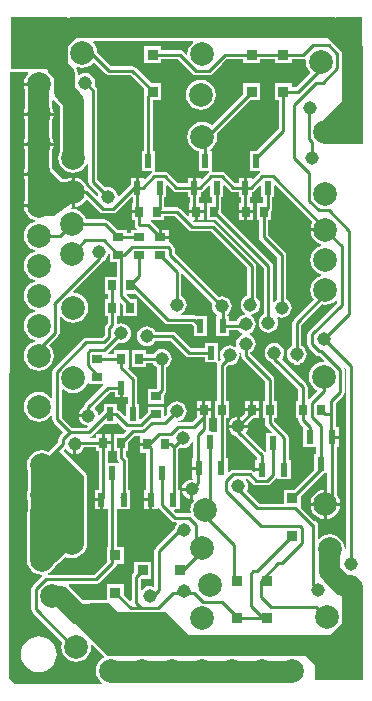
<source format=gbl>
%FSLAX25Y25*%
%MOIN*%
G70*
G01*
G75*
G04 Layer_Physical_Order=2*
G04 Layer_Color=16711680*
%ADD10R,0.03543X0.02756*%
%ADD11R,0.02362X0.04528*%
%ADD12O,0.02362X0.09055*%
%ADD13R,0.02756X0.03543*%
%ADD14R,0.03150X0.08661*%
%ADD15R,0.22835X0.25197*%
%ADD16C,0.01000*%
%ADD17C,0.07000*%
%ADD18C,0.06500*%
%ADD19C,0.06400*%
%ADD20R,0.08000X0.18500*%
%ADD21R,0.60500X0.07500*%
%ADD22C,0.07874*%
%ADD23C,0.04500*%
%ADD24R,0.03740X0.03543*%
%ADD25R,0.03543X0.03740*%
%ADD26R,0.19000X0.17500*%
%ADD27R,0.09000X0.09500*%
G36*
X77355Y110892D02*
X77471Y110614D01*
Y110000D01*
X77471Y110000D01*
X77471D01*
X77587Y109415D01*
X77919Y108919D01*
X85423Y101414D01*
Y94772D01*
X84575D01*
Y89228D01*
X85423D01*
Y87547D01*
X85423Y87547D01*
X85423D01*
X85540Y86962D01*
X85871Y86466D01*
X87682Y84655D01*
X87491Y84193D01*
X85819D01*
Y78188D01*
X85341Y77869D01*
X78909Y84301D01*
X79339Y84861D01*
X79666Y85652D01*
X79712Y86000D01*
X73288D01*
X73334Y85652D01*
X73661Y84861D01*
X74182Y84182D01*
X74861Y83661D01*
X75479Y83405D01*
X82731Y76154D01*
Y75335D01*
X82079D01*
Y72571D01*
X84260D01*
Y71571D01*
X82079D01*
Y71502D01*
X81617Y71311D01*
X81346Y71581D01*
X80850Y71913D01*
X80265Y72029D01*
X74843D01*
X74355Y71932D01*
X74258Y71913D01*
X73762Y71581D01*
X73383Y71203D01*
X72921Y71394D01*
Y75835D01*
X72482D01*
Y89228D01*
X73331D01*
Y94772D01*
X72482D01*
Y106162D01*
X73274Y106954D01*
X73679Y106901D01*
X74527Y107013D01*
X75318Y107340D01*
X75997Y107861D01*
X76518Y108540D01*
X76845Y109330D01*
X76957Y110179D01*
X76853Y110969D01*
X77038Y111075D01*
X77355Y110892D01*
D02*
G37*
G36*
X26728Y100940D02*
Y100669D01*
X31353D01*
X31545Y100207D01*
X25419Y94081D01*
X25087Y93585D01*
X24971Y93000D01*
Y92884D01*
X24861Y92839D01*
X24182Y92318D01*
X23661Y91639D01*
X23334Y90848D01*
X23288Y90500D01*
X26500D01*
Y89500D01*
X23288D01*
X23334Y89152D01*
X23661Y88361D01*
X24182Y87682D01*
X24861Y87161D01*
X25652Y86834D01*
X26130Y86771D01*
X26244Y86436D01*
X25953Y86029D01*
X20977D01*
X17592Y89414D01*
Y98710D01*
X18041Y98931D01*
X19010Y98188D01*
X20211Y97690D01*
X21500Y97520D01*
X22789Y97690D01*
X23990Y98188D01*
X25021Y98979D01*
X25813Y100010D01*
X26238Y101037D01*
X26728Y100940D01*
D02*
G37*
G36*
X38000Y96165D02*
X39681D01*
D01*
X39681D01*
X39711Y96136D01*
Y93835D01*
X39059D01*
Y90002D01*
X38597Y89811D01*
X36755Y91652D01*
X36259Y91984D01*
X36178Y92000D01*
X35941Y92047D01*
Y93835D01*
X31579D01*
Y91585D01*
X30203Y90209D01*
X29729Y90370D01*
X29666Y90848D01*
X29339Y91639D01*
X28818Y92318D01*
X28645Y92450D01*
X28612Y92949D01*
X33563Y97900D01*
X35319D01*
Y96165D01*
X37000D01*
Y99429D01*
X38000D01*
Y96165D01*
D02*
G37*
G36*
X67879Y127458D02*
X67834Y127348D01*
X67722Y126500D01*
X67834Y125652D01*
X68161Y124861D01*
X68682Y124182D01*
X69354Y123666D01*
X69313Y123546D01*
X69167Y123193D01*
X69059D01*
Y116665D01*
X73421D01*
Y118471D01*
X76461D01*
X76682Y118182D01*
X77361Y117661D01*
X77750Y117500D01*
Y117000D01*
X77361Y116839D01*
X76682Y116318D01*
X76161Y115639D01*
X75834Y114848D01*
X75722Y114000D01*
X75826Y113210D01*
X75446Y112991D01*
X75385Y112966D01*
X75318Y113018D01*
X74527Y113345D01*
X73679Y113457D01*
X72830Y113345D01*
X72040Y113018D01*
X71361Y112497D01*
X70840Y111818D01*
X70513Y111027D01*
X70401Y110179D01*
X70513Y109330D01*
X70750Y108756D01*
X70143Y108149D01*
X69681Y108340D01*
Y114335D01*
X65319D01*
Y112529D01*
X60633D01*
X55581Y117581D01*
X55085Y117913D01*
X54500Y118029D01*
X48884D01*
X48839Y118139D01*
X48318Y118818D01*
X47639Y119339D01*
X46848Y119666D01*
X46000Y119778D01*
X45152Y119666D01*
X44361Y119339D01*
X43682Y118818D01*
X43161Y118139D01*
X42834Y117348D01*
X42722Y116500D01*
X42834Y115652D01*
X43161Y114861D01*
X43682Y114182D01*
X44361Y113661D01*
X45152Y113334D01*
X46000Y113222D01*
X46848Y113334D01*
X47639Y113661D01*
X48318Y114182D01*
X48839Y114861D01*
X48884Y114971D01*
X53866D01*
X58919Y109919D01*
X59415Y109587D01*
X59512Y109568D01*
X60000Y109471D01*
X65319D01*
Y107807D01*
X68902D01*
X69540Y107381D01*
X69423Y106796D01*
Y94772D01*
X68575D01*
Y89228D01*
X69423D01*
Y84693D01*
X69181D01*
Y84693D01*
X68053D01*
X66826Y84937D01*
X66549Y85352D01*
X66577Y85494D01*
Y89228D01*
X67425D01*
Y91500D01*
X62669D01*
Y89332D01*
X61116Y87779D01*
X56461D01*
X56428Y88278D01*
X56848Y88334D01*
X57639Y88661D01*
X58318Y89182D01*
X58839Y89861D01*
X59166Y90652D01*
X59278Y91500D01*
X59166Y92348D01*
X58839Y93139D01*
X58318Y93818D01*
X57639Y94339D01*
X56848Y94666D01*
X56000Y94778D01*
X55152Y94666D01*
X54361Y94339D01*
X53682Y93818D01*
X53161Y93139D01*
X52834Y92348D01*
X52722Y91500D01*
X52834Y90652D01*
X52879Y90542D01*
X52234Y89897D01*
X51772Y90088D01*
Y92925D01*
X46228D01*
Y91220D01*
X43883Y88875D01*
X43421Y89066D01*
Y93835D01*
X42770D01*
Y102260D01*
X42672Y102748D01*
X42653Y102845D01*
X42322Y103341D01*
X39781Y105881D01*
X39925Y106228D01*
X39925D01*
X39925Y106228D01*
Y111772D01*
X35169D01*
Y110482D01*
X33298D01*
X33107Y110944D01*
X36542Y114379D01*
X36652Y114334D01*
X37500Y114222D01*
X38348Y114334D01*
X39139Y114661D01*
X39818Y115182D01*
X40339Y115861D01*
X40666Y116652D01*
X40778Y117500D01*
X40666Y118348D01*
X40339Y119139D01*
X39818Y119818D01*
X39139Y120339D01*
X38348Y120666D01*
X37500Y120778D01*
X36652Y120666D01*
X36492Y120600D01*
X36077Y120878D01*
Y123228D01*
X36925D01*
Y127515D01*
X37387Y127707D01*
X38075Y127019D01*
Y123228D01*
X42831D01*
Y128772D01*
X40648D01*
X39153Y130266D01*
X39344Y130728D01*
X42109D01*
X51919Y120919D01*
X51919D01*
X51919Y120919D01*
X51919Y120919D01*
Y120919D01*
X52415Y120587D01*
X53000Y120471D01*
X61055D01*
X61579Y119947D01*
Y116665D01*
X65941D01*
Y123193D01*
X62604D01*
X62393Y123334D01*
X62274Y123413D01*
X61689Y123529D01*
X57395D01*
X57298Y124020D01*
X57639Y124161D01*
X58318Y124682D01*
X58839Y125361D01*
X59166Y126152D01*
X59278Y127000D01*
X59166Y127848D01*
X58839Y128639D01*
X58318Y129318D01*
X57639Y129839D01*
X57529Y129884D01*
Y137154D01*
X57991Y137346D01*
X67879Y127458D01*
D02*
G37*
G36*
X73725Y164989D02*
D01*
X73725D01*
Y164989D01*
D01*
X73725D01*
Y164989D01*
X73725D01*
X73725Y164989D01*
Y164989D01*
X73725Y164989D01*
Y164989D01*
X74221Y164658D01*
X74806Y164541D01*
X76579D01*
Y162807D01*
X77231D01*
Y160772D01*
X76669D01*
Y158500D01*
X81425D01*
Y160772D01*
X80289D01*
Y162807D01*
X80941D01*
Y164595D01*
X81259Y164658D01*
X81755Y164989D01*
X83597Y166831D01*
X84059Y166640D01*
Y162807D01*
X84711D01*
Y160772D01*
X82575D01*
Y155228D01*
X83423D01*
Y149547D01*
X83423Y149547D01*
X83423D01*
X83540Y148962D01*
X83871Y148466D01*
X89471Y142867D01*
Y128884D01*
X89361Y128839D01*
X88682Y128318D01*
X88503Y128084D01*
X88029Y128245D01*
Y139953D01*
X87913Y140538D01*
X87581Y141034D01*
X70831Y157785D01*
Y160772D01*
X70770D01*
Y162807D01*
X71421D01*
Y166640D01*
X71883Y166831D01*
X73725Y164989D01*
D02*
G37*
G36*
X101204Y154511D02*
X101188Y154490D01*
X100690Y153289D01*
X100586Y152500D01*
X105500D01*
Y151500D01*
X100586D01*
X100690Y150711D01*
X101188Y149510D01*
X101979Y148479D01*
X103010Y147687D01*
X104067Y147250D01*
Y146750D01*
X103010Y146312D01*
X101979Y145521D01*
X101188Y144490D01*
X100690Y143289D01*
X100520Y142000D01*
X100690Y140711D01*
X101188Y139510D01*
X101979Y138479D01*
X103010Y137688D01*
X104067Y137250D01*
Y136750D01*
X103010Y136312D01*
X101979Y135521D01*
X101188Y134490D01*
X100690Y133289D01*
X100520Y132000D01*
X100690Y130711D01*
X101188Y129510D01*
X101691Y128854D01*
X94919Y122081D01*
X94587Y121585D01*
X94471Y121000D01*
Y113384D01*
X94361Y113339D01*
X93682Y112818D01*
X93161Y112139D01*
X92834Y111348D01*
X92722Y110500D01*
X92834Y109652D01*
X93161Y108861D01*
X93682Y108182D01*
X94361Y107661D01*
X94908Y107435D01*
X94919Y107419D01*
X95415Y107087D01*
X96000Y106971D01*
X96585Y107087D01*
X97081Y107419D01*
X97092Y107435D01*
X97639Y107661D01*
X98318Y108182D01*
X98839Y108861D01*
X99166Y109652D01*
X99278Y110500D01*
X99166Y111348D01*
X98839Y112139D01*
X98318Y112818D01*
X97639Y113339D01*
X97529Y113384D01*
Y120367D01*
X104337Y127174D01*
X105500Y127020D01*
X106789Y127190D01*
X107990Y127688D01*
X108959Y128431D01*
X109408Y128210D01*
Y127727D01*
X99919Y118238D01*
X99587Y117742D01*
X99471Y117157D01*
Y113843D01*
X99471Y113843D01*
X99471D01*
X99587Y113258D01*
X99919Y112762D01*
X102262Y110419D01*
X102758Y110087D01*
X102855Y110068D01*
X103343Y109971D01*
X103556D01*
X105083Y108443D01*
X104923Y107969D01*
X103711Y107810D01*
X102510Y107313D01*
X101479Y106521D01*
X100688Y105490D01*
X100190Y104289D01*
X100020Y103000D01*
X100190Y101711D01*
X100688Y100510D01*
X101479Y99479D01*
X102510Y98687D01*
X102587Y98656D01*
X102684Y98165D01*
X100039Y95520D01*
X99742Y95643D01*
X99577Y95753D01*
Y99453D01*
X99460Y100038D01*
X99129Y100534D01*
X90889Y108774D01*
X91339Y109361D01*
X91666Y110152D01*
X91778Y111000D01*
X91666Y111848D01*
X91339Y112639D01*
X90818Y113318D01*
X90139Y113839D01*
X89348Y114166D01*
X88500Y114278D01*
X87652Y114166D01*
X86861Y113839D01*
X86182Y113318D01*
X85661Y112639D01*
X85334Y111848D01*
X85222Y111000D01*
X85334Y110152D01*
X85661Y109361D01*
X86182Y108682D01*
X86861Y108161D01*
X87408Y107935D01*
X87419Y107919D01*
X96518Y98819D01*
Y94772D01*
X95669D01*
Y89228D01*
X96471D01*
Y88500D01*
X96471Y88500D01*
X96471D01*
X96587Y87915D01*
X96919Y87419D01*
X98098Y86239D01*
X98079Y86193D01*
X98079D01*
X98079Y86193D01*
Y79665D01*
X102441D01*
D01*
X102441D01*
X102471Y79636D01*
Y77335D01*
X101819D01*
Y71982D01*
X95109Y65272D01*
X91630D01*
Y60758D01*
X83405D01*
X79323Y64840D01*
X79339Y64861D01*
X79666Y65652D01*
X79778Y66500D01*
X79666Y67348D01*
X79339Y68139D01*
X79045Y68522D01*
X79197Y68830D01*
X79690Y68912D01*
X81376Y67226D01*
X81376Y67226D01*
X81376D01*
X81376Y67226D01*
X81376D01*
X81376Y67226D01*
Y67226D01*
Y67226D01*
D01*
D01*
X81376D01*
Y67226D01*
X81872Y66894D01*
X82457Y66778D01*
X86062D01*
X86647Y66894D01*
X87144Y67226D01*
X89081Y69163D01*
X89559Y68844D01*
Y68807D01*
X93921D01*
Y75335D01*
X93270D01*
Y82760D01*
X93153Y83345D01*
X92822Y83841D01*
X88482Y88181D01*
Y89228D01*
X89331D01*
Y94772D01*
X88482D01*
Y102047D01*
X88366Y102632D01*
X88034Y103129D01*
X80529Y110634D01*
Y111116D01*
X80639Y111161D01*
X81318Y111682D01*
X81839Y112361D01*
X82166Y113152D01*
X82278Y114000D01*
X82166Y114848D01*
X81839Y115639D01*
X81318Y116318D01*
X80639Y116839D01*
X80250Y117000D01*
Y117500D01*
X80639Y117661D01*
X81318Y118182D01*
X81839Y118861D01*
X82166Y119652D01*
X82278Y120500D01*
X82166Y121348D01*
X81839Y122139D01*
X81318Y122818D01*
X80711Y123284D01*
X80840Y123767D01*
X81348Y123834D01*
X82139Y124161D01*
X82818Y124682D01*
X83339Y125361D01*
X83666Y126152D01*
X83778Y127000D01*
X83666Y127848D01*
X83339Y128639D01*
X82818Y129318D01*
X82529Y129539D01*
Y140000D01*
X82413Y140585D01*
X82081Y141081D01*
X69081Y154081D01*
X68585Y154413D01*
X68000Y154529D01*
X61748D01*
X61471Y154945D01*
X61588Y155228D01*
X62047D01*
Y157500D01*
X60169D01*
Y156647D01*
X59707Y156456D01*
X57081Y159081D01*
X56585Y159413D01*
X56000Y159529D01*
X51831D01*
Y160772D01*
X51770D01*
Y162807D01*
X52421D01*
Y166640D01*
X52883Y166831D01*
X54725Y164989D01*
Y164989D01*
D01*
Y164989D01*
D01*
X54725D01*
Y164989D01*
D01*
D01*
X54725D01*
X54725Y164989D01*
Y164989D01*
X54725Y164989D01*
Y164989D01*
X55221Y164658D01*
X55806Y164541D01*
X59579D01*
Y162807D01*
X60230D01*
Y160772D01*
X60169D01*
Y158500D01*
X64925D01*
Y160772D01*
X63289D01*
Y162807D01*
X63941D01*
Y164595D01*
X64259Y164658D01*
X64755Y164989D01*
X66597Y166831D01*
X67059Y166640D01*
Y162807D01*
X67711D01*
Y160772D01*
X66075D01*
Y155228D01*
X69061D01*
X84971Y139319D01*
Y123884D01*
X84861Y123839D01*
X84182Y123318D01*
X83661Y122639D01*
X83334Y121848D01*
X83222Y121000D01*
X83334Y120152D01*
X83661Y119361D01*
X84182Y118682D01*
X84861Y118161D01*
X85652Y117834D01*
X86500Y117722D01*
X87348Y117834D01*
X88139Y118161D01*
X88818Y118682D01*
X89339Y119361D01*
X89666Y120152D01*
X89778Y121000D01*
X89666Y121848D01*
X89339Y122639D01*
X89329Y122652D01*
X89634Y123048D01*
X90152Y122834D01*
X91000Y122722D01*
X91848Y122834D01*
X92639Y123161D01*
X93318Y123682D01*
X93839Y124361D01*
X94166Y125152D01*
X94278Y126000D01*
X94166Y126848D01*
X93839Y127639D01*
X93318Y128318D01*
X92639Y128839D01*
X92529Y128884D01*
Y143500D01*
X92413Y144085D01*
X92081Y144581D01*
X86482Y150181D01*
Y155228D01*
X87331D01*
Y158220D01*
X87653Y158702D01*
X87770Y159287D01*
Y162807D01*
X88421D01*
Y166640D01*
X88883Y166831D01*
X101204Y154511D01*
D02*
G37*
G36*
X59919Y151919D02*
X59919D01*
X59919Y151919D01*
X59919Y151918D01*
Y151919D01*
X60415Y151587D01*
X61000Y151471D01*
X67366D01*
X79471Y139366D01*
Y130091D01*
X78861Y129839D01*
X78182Y129318D01*
X77661Y128639D01*
X77334Y127848D01*
X77222Y127000D01*
X77334Y126152D01*
X77661Y125361D01*
X78182Y124682D01*
X78789Y124216D01*
X78660Y123733D01*
X78152Y123666D01*
X77361Y123339D01*
X76682Y122818D01*
X76161Y122139D01*
X75909Y121529D01*
X73421D01*
Y123193D01*
X72769D01*
Y123761D01*
X73318Y124182D01*
X73839Y124861D01*
X74166Y125652D01*
X74278Y126500D01*
X74166Y127348D01*
X73839Y128139D01*
X73318Y128818D01*
X72639Y129339D01*
X71848Y129666D01*
X71000Y129778D01*
X70152Y129666D01*
X70042Y129621D01*
X55301Y144362D01*
Y145546D01*
X55185Y146132D01*
X54853Y146628D01*
X53974Y147507D01*
X53478Y147838D01*
X53272Y147879D01*
Y148953D01*
X50500D01*
Y149453D01*
X50000D01*
Y152116D01*
X47534Y154581D01*
X47282Y154750D01*
X47427Y155228D01*
X51831D01*
Y156471D01*
X55366D01*
X59919Y151919D01*
D02*
G37*
G36*
X61471Y81105D02*
Y75835D01*
X61079D01*
Y73071D01*
X63260D01*
Y72071D01*
X61079D01*
Y69307D01*
X61111D01*
X61287Y68839D01*
X61189Y68753D01*
X61000Y68778D01*
X60152Y68666D01*
X59361Y68339D01*
X58682Y67818D01*
X58161Y67139D01*
X57834Y66348D01*
X57788Y66000D01*
X61000D01*
Y65500D01*
X61500D01*
Y62119D01*
X61517Y62116D01*
X61692Y61647D01*
X61187Y60990D01*
X60690Y59789D01*
X60520Y58500D01*
X60605Y57855D01*
X60240Y57513D01*
X60157Y57529D01*
X55878D01*
X55063Y58345D01*
X55254Y58807D01*
X56921D01*
Y65335D01*
X56482D01*
Y78819D01*
X57042Y79379D01*
X57152Y79334D01*
X58000Y79222D01*
X58848Y79334D01*
X59639Y79661D01*
X60318Y80182D01*
X60839Y80861D01*
X60980Y81202D01*
X61471Y81105D01*
D02*
G37*
G36*
X43716Y83272D02*
X43716Y83272D01*
X43716Y83272D01*
Y81000D01*
X46095D01*
Y80000D01*
X43716D01*
Y77728D01*
X45731D01*
Y65335D01*
X45079D01*
Y62571D01*
X47260D01*
Y62071D01*
X47760D01*
Y58807D01*
X49441D01*
Y58844D01*
X49919Y59163D01*
X54163Y54919D01*
X54163D01*
X54163Y54919D01*
X54163D01*
X54163Y54918D01*
Y54919D01*
X54163Y54918D01*
Y54919D01*
X54660Y54587D01*
X55245Y54471D01*
X55734D01*
X55955Y54022D01*
X55661Y53639D01*
X55334Y52848D01*
X55280Y52443D01*
X48919Y46081D01*
X48587Y45585D01*
X48471Y45000D01*
Y33359D01*
X48055Y33081D01*
X47848Y33166D01*
X47000Y33278D01*
X46152Y33166D01*
X45361Y32839D01*
X44682Y32318D01*
X44503Y32084D01*
X44029Y32245D01*
Y35630D01*
X47370D01*
Y41370D01*
X41827D01*
Y37891D01*
X41419Y37483D01*
X41087Y36987D01*
X40971Y36402D01*
Y28444D01*
X40509Y28253D01*
X38370Y30391D01*
Y33870D01*
X32630D01*
Y28520D01*
X28739D01*
X28593Y28539D01*
X24880D01*
X20209Y33209D01*
X19917Y33434D01*
X20077Y33908D01*
X28937D01*
X29522Y34024D01*
X30018Y34356D01*
X35581Y39919D01*
X35913Y40415D01*
X35975Y40728D01*
X38370D01*
Y46272D01*
X36029D01*
Y58807D01*
X36059D01*
Y58807D01*
X40421D01*
Y65335D01*
X39770D01*
Y75260D01*
X39653Y75845D01*
X39322Y76341D01*
X38982Y76681D01*
Y78228D01*
X39831D01*
Y81215D01*
X41893Y83278D01*
X43716D01*
Y83272D01*
D02*
G37*
G36*
X118000Y2000D02*
X102000D01*
Y7000D01*
X95500Y13000D01*
X102000Y10500D01*
X118000Y22500D01*
Y2000D01*
D02*
G37*
G36*
X36500Y24500D02*
X52000D01*
X60500Y16500D01*
Y10000D01*
X33000D01*
X21500Y21500D01*
X24500Y25000D01*
X27000Y27500D01*
X33500D01*
X36500Y24500D01*
D02*
G37*
G36*
X25000Y70000D02*
Y46500D01*
X21000D01*
X13000Y39000D01*
X7000Y42500D01*
X7500Y75000D01*
X13000Y76000D01*
X16000Y79000D01*
X25000Y70000D01*
D02*
G37*
G36*
X22500Y77288D02*
X22848Y77334D01*
X23639Y77661D01*
X24318Y78182D01*
X24839Y78861D01*
X25091Y79471D01*
X29169D01*
Y78228D01*
X30018D01*
Y65335D01*
X28579D01*
Y62571D01*
X30760D01*
Y62071D01*
X31260D01*
Y58807D01*
X32941D01*
D01*
X32941D01*
X32971Y58777D01*
Y46272D01*
X32630D01*
Y41293D01*
X28304Y36966D01*
X13030D01*
X12933Y37457D01*
X13490Y37688D01*
X14521Y38479D01*
X15313Y39510D01*
X15489Y39935D01*
X16428Y40816D01*
X16581Y40919D01*
X17245Y41582D01*
X18820Y43059D01*
X19711Y42690D01*
X21000Y42520D01*
X22289Y42690D01*
X23490Y43187D01*
X24521Y43979D01*
X25313Y45010D01*
X25596Y45696D01*
X25721Y45779D01*
X25942Y46110D01*
X26020Y46500D01*
Y70000D01*
X25942Y70390D01*
X25721Y70721D01*
X18302Y78140D01*
Y78640D01*
X18656Y78993D01*
X19147Y78896D01*
X19161Y78861D01*
X19682Y78182D01*
X20361Y77661D01*
X21152Y77334D01*
X21500Y77288D01*
Y80500D01*
X22500D01*
Y77288D01*
D02*
G37*
G36*
X38356Y85726D02*
Y85726D01*
D01*
Y85726D01*
D01*
X38356D01*
Y85726D01*
D01*
D01*
X38356D01*
X38356Y85726D01*
Y85726D01*
X38356Y85726D01*
Y85726D01*
X38853Y85394D01*
X39026Y85360D01*
X39171Y84881D01*
X38061Y83772D01*
X35075D01*
Y78228D01*
X35923D01*
Y76047D01*
X36040Y75462D01*
X36371Y74966D01*
X36682Y74655D01*
X36491Y74193D01*
X33077D01*
Y78228D01*
X33925D01*
Y80500D01*
X31547D01*
Y81000D01*
X31047D01*
Y83772D01*
X29169D01*
Y82529D01*
X26989D01*
X26940Y83027D01*
X27242Y83087D01*
X27738Y83419D01*
X31627Y87307D01*
X35941D01*
Y87488D01*
X36403Y87679D01*
X38356Y85726D01*
D02*
G37*
G36*
X112471Y105646D02*
Y45593D01*
X111972Y45560D01*
X111810Y46789D01*
X111312Y47990D01*
X110521Y49021D01*
X109490Y49812D01*
X108289Y50310D01*
X107000Y50480D01*
X105711Y50310D01*
X104510Y49812D01*
X103479Y49021D01*
X103029Y49174D01*
Y53500D01*
X102913Y54085D01*
X102581Y54581D01*
X102085Y54913D01*
X101667Y54996D01*
X97242Y59420D01*
X97370Y59728D01*
X97370D01*
X97370Y59728D01*
Y63207D01*
X104970Y70807D01*
X106181D01*
D01*
X106181D01*
X106211Y70777D01*
Y65765D01*
X106000Y65580D01*
Y61000D01*
X110414D01*
X110310Y61789D01*
X109812Y62990D01*
X109269Y63697D01*
Y79665D01*
X109921D01*
Y82429D01*
X107740D01*
Y83429D01*
X109921D01*
Y86193D01*
X109029D01*
Y90500D01*
Y94240D01*
X111519Y96729D01*
X111850Y97226D01*
X111966Y97811D01*
Y105252D01*
X111857Y105804D01*
X112042Y105903D01*
X112471Y105646D01*
D02*
G37*
G36*
X32419Y203919D02*
X32419D01*
X32419Y203919D01*
X32419Y203919D01*
Y203919D01*
X32915Y203587D01*
X33500Y203471D01*
X40559D01*
X45130Y198899D01*
Y197150D01*
X45087Y197085D01*
X44971Y196500D01*
Y178193D01*
X44319D01*
Y171665D01*
X47616D01*
X47762Y171187D01*
X47356Y170916D01*
X45403Y168963D01*
X44941Y169154D01*
Y169335D01*
X43260D01*
Y166071D01*
X42260D01*
Y169335D01*
X40579D01*
Y167085D01*
X36703Y163209D01*
X36229Y163370D01*
X36166Y163848D01*
X35839Y164639D01*
X35318Y165318D01*
X34639Y165839D01*
X33848Y166166D01*
X33000Y166278D01*
X32152Y166166D01*
X32042Y166121D01*
X29529Y168633D01*
Y198500D01*
X29432Y198988D01*
X29413Y199085D01*
X29081Y199581D01*
X28621Y200042D01*
X28666Y200152D01*
X28778Y201000D01*
X28666Y201848D01*
X28339Y202639D01*
X27818Y203318D01*
X27139Y203839D01*
X26348Y204166D01*
X25500Y204278D01*
X24652Y204166D01*
X23861Y203839D01*
X23424Y203504D01*
X22976Y203725D01*
Y203995D01*
X22821Y205170D01*
X22480Y205993D01*
X22834Y206346D01*
X23211Y206190D01*
X24500Y206020D01*
X25789Y206190D01*
X26990Y206687D01*
X28021Y207479D01*
X28154Y207652D01*
X28653Y207684D01*
X32419Y203919D01*
D02*
G37*
G36*
X6479Y204021D02*
X5688Y202990D01*
X5190Y201789D01*
X5086Y201000D01*
X13500D01*
Y191000D01*
X14914D01*
X14810Y191789D01*
X14520Y192490D01*
Y195061D01*
X14993Y195222D01*
X15228Y194916D01*
X16961Y193183D01*
Y177943D01*
X16690Y177289D01*
X16520Y176000D01*
X16690Y174711D01*
X17188Y173510D01*
X17979Y172479D01*
X19010Y171687D01*
X20211Y171190D01*
X21500Y171020D01*
X22789Y171190D01*
X23990Y171687D01*
X25021Y172479D01*
X25813Y173510D01*
X25980Y173915D01*
X26471Y173818D01*
Y168000D01*
X26587Y167415D01*
X26919Y166919D01*
X29879Y163958D01*
X29834Y163848D01*
X29771Y163370D01*
X29297Y163209D01*
X26925Y165581D01*
X26428Y165913D01*
X26243Y165950D01*
X25813Y166990D01*
X25021Y168021D01*
X23990Y168813D01*
X22789Y169310D01*
X22000Y169414D01*
Y164500D01*
Y159586D01*
X22789Y159690D01*
X23990Y160187D01*
X25021Y160979D01*
X25737Y161912D01*
X26236Y161944D01*
X30262Y157919D01*
X30758Y157587D01*
X30855Y157568D01*
X31343Y157471D01*
X34657D01*
X35242Y157587D01*
X35738Y157919D01*
X40627Y162807D01*
X41230D01*
Y160772D01*
X41169D01*
Y158500D01*
X43547D01*
Y157500D01*
X41169D01*
Y155228D01*
X41971D01*
Y153500D01*
X42087Y152915D01*
X42419Y152419D01*
X42582Y152309D01*
X42437Y151831D01*
X40728D01*
Y150982D01*
X39272D01*
Y151831D01*
X36285D01*
X33034Y155081D01*
X32538Y155413D01*
X31953Y155529D01*
X25710D01*
X25313Y156490D01*
X24521Y157521D01*
X23490Y158312D01*
X22289Y158810D01*
X21000Y158980D01*
X20772Y158949D01*
X20672Y159193D01*
X20978Y159589D01*
X21000Y159586D01*
Y161000D01*
X15000Y156500D01*
X9500D01*
X6500Y159500D01*
X5086D01*
X5190Y158711D01*
X5688Y157510D01*
X6479Y156479D01*
X7510Y155687D01*
X8567Y155250D01*
Y154750D01*
X7510Y154313D01*
X6479Y153521D01*
X5688Y152490D01*
X5190Y151289D01*
X5020Y150000D01*
X5190Y148711D01*
X5688Y147510D01*
X6479Y146479D01*
X7510Y145687D01*
X8567Y145250D01*
Y144750D01*
X7510Y144313D01*
X6479Y143521D01*
X5688Y142490D01*
X5190Y141289D01*
X5020Y140000D01*
X5190Y138711D01*
X5688Y137510D01*
X6479Y136479D01*
X7510Y135687D01*
X8567Y135250D01*
Y134750D01*
X7510Y134312D01*
X6479Y133521D01*
X5688Y132490D01*
X5190Y131289D01*
X5020Y130000D01*
X5190Y128711D01*
X5688Y127510D01*
X6479Y126479D01*
X7510Y125688D01*
X8567Y125250D01*
Y124750D01*
X7510Y124312D01*
X6479Y123521D01*
X5688Y122490D01*
X5190Y121289D01*
X5020Y120000D01*
X5190Y118711D01*
X5688Y117510D01*
X6479Y116479D01*
X7510Y115688D01*
X8567Y115250D01*
Y114750D01*
X7510Y114313D01*
X6479Y113521D01*
X5688Y112490D01*
X5190Y111289D01*
X5020Y110000D01*
X5190Y108711D01*
X5688Y107510D01*
X6479Y106479D01*
X7510Y105687D01*
X8711Y105190D01*
X10000Y105020D01*
X11289Y105190D01*
X12490Y105687D01*
X13521Y106479D01*
X14312Y107510D01*
X14810Y108711D01*
X14980Y110000D01*
X14810Y111289D01*
X14312Y112490D01*
X13521Y113521D01*
X13512Y113660D01*
X16519Y116666D01*
X16850Y117163D01*
X16966Y117748D01*
Y123021D01*
X17440Y123181D01*
X17979Y122479D01*
X19010Y121687D01*
X20211Y121190D01*
X21500Y121020D01*
X22789Y121190D01*
X23990Y121687D01*
X25021Y122479D01*
X25813Y123510D01*
X26310Y124711D01*
X26480Y126000D01*
X26310Y127289D01*
X25813Y128490D01*
X25021Y129521D01*
X23990Y130313D01*
X22789Y130810D01*
X21577Y130969D01*
X21417Y131443D01*
X31081Y141108D01*
X31379Y141554D01*
X31639Y141661D01*
X32318Y142182D01*
X32839Y142861D01*
X33166Y143652D01*
X33229Y144130D01*
X33230Y144131D01*
X33728Y144098D01*
Y141169D01*
X35896D01*
Y136272D01*
X32169D01*
Y130728D01*
X33018D01*
Y128772D01*
X32169D01*
Y123228D01*
X33018D01*
Y120838D01*
X32419Y120238D01*
X32087Y119742D01*
X31971Y119157D01*
Y116962D01*
X31038Y116029D01*
X25811D01*
X25226Y115913D01*
X24730Y115581D01*
X14981Y105833D01*
X14650Y105337D01*
X14534Y104752D01*
Y95979D01*
X14060Y95819D01*
X13521Y96521D01*
X12490Y97312D01*
X11289Y97810D01*
X10000Y97980D01*
X8711Y97810D01*
X7510Y97312D01*
X6479Y96521D01*
X5688Y95490D01*
X5190Y94289D01*
X5020Y93000D01*
X5190Y91711D01*
X5688Y90510D01*
X6479Y89479D01*
X7510Y88687D01*
X8711Y88190D01*
X10000Y88020D01*
X11289Y88190D01*
X12490Y88687D01*
X13521Y89479D01*
X14060Y90181D01*
X14534Y90021D01*
Y88780D01*
X14650Y88195D01*
X14981Y87699D01*
X18180Y84500D01*
X16919Y83238D01*
X16587Y82742D01*
X16471Y82157D01*
Y81134D01*
X13249Y77912D01*
X12289Y78310D01*
X11000Y78480D01*
X9711Y78310D01*
X8510Y77812D01*
X7479Y77021D01*
X6688Y75990D01*
X6190Y74789D01*
X6020Y73500D01*
X6190Y72211D01*
X6429Y71636D01*
X6328Y65123D01*
X6190Y64789D01*
X6020Y63500D01*
X6190Y62211D01*
X6280Y61994D01*
X6149Y53478D01*
X6020Y52500D01*
X6122Y51726D01*
X5980Y42516D01*
X6005Y42379D01*
X6014Y42241D01*
X6041Y42185D01*
X6043Y42173D01*
X6020Y42000D01*
X6190Y40711D01*
X6688Y39510D01*
X7479Y38479D01*
X8510Y37688D01*
X9711Y37190D01*
X11000Y37020D01*
X11051Y37027D01*
X11227Y36559D01*
X11167Y36518D01*
X7982Y33334D01*
X7650Y32837D01*
X7534Y32252D01*
Y25437D01*
X7534Y25437D01*
X7534D01*
X7650Y24852D01*
X7982Y24356D01*
X17795Y14542D01*
X17690Y14289D01*
X17520Y13000D01*
X17690Y11711D01*
X18188Y10510D01*
X18979Y9479D01*
X20010Y8687D01*
X21211Y8190D01*
X22500Y8020D01*
X23789Y8190D01*
X24990Y8687D01*
X26021Y9479D01*
X26812Y10510D01*
X27310Y11711D01*
X27480Y13000D01*
X27418Y13471D01*
X27866Y13692D01*
X31712Y9846D01*
X31615Y9356D01*
X31510Y9313D01*
X30479Y8521D01*
X29688Y7490D01*
X29190Y6289D01*
X29020Y5000D01*
X29190Y3711D01*
X29688Y2510D01*
X30479Y1479D01*
X31137Y974D01*
X30977Y500D01*
X2000D01*
X0Y2487D01*
X458Y204446D01*
X500Y204480D01*
X6323D01*
X6479Y204021D01*
D02*
G37*
G36*
X118000Y180500D02*
X105500D01*
X118000Y193000D01*
Y180500D01*
D02*
G37*
G36*
X61505Y214425D02*
X60979Y214021D01*
X60188Y212990D01*
X59690Y211789D01*
X59531Y210577D01*
X59057Y210417D01*
X57991Y211483D01*
X57495Y211814D01*
X56909Y211931D01*
X50870D01*
Y213173D01*
X45130D01*
Y207630D01*
X50870D01*
Y208872D01*
X56276D01*
X61167Y203981D01*
X61663Y203650D01*
X62248Y203534D01*
X66752D01*
X67337Y203650D01*
X67834Y203981D01*
X67834Y203981D01*
X67834Y203981D01*
X71018Y207167D01*
X71135Y207340D01*
X71201Y207440D01*
X72633Y208872D01*
X78130D01*
Y207630D01*
X83870D01*
Y208872D01*
X88630D01*
Y207630D01*
X94370D01*
Y208872D01*
X98212D01*
X98739Y208977D01*
X99104Y208635D01*
X99020Y208000D01*
X99190Y206711D01*
X99687Y205510D01*
X100479Y204479D01*
X100500Y204163D01*
X95867Y199529D01*
X94370D01*
Y200772D01*
X88630D01*
Y195228D01*
X89971D01*
Y185634D01*
X82530Y178193D01*
X80319D01*
Y171665D01*
X83616D01*
X83762Y171187D01*
X83356Y170916D01*
X81403Y168963D01*
X80941Y169154D01*
Y169335D01*
X79260D01*
Y166071D01*
X78260D01*
Y169335D01*
X76579D01*
Y167600D01*
X75440D01*
X72124Y170916D01*
X71628Y171248D01*
X71043Y171364D01*
X67681D01*
Y171665D01*
X67681D01*
Y178193D01*
X67029D01*
Y178718D01*
X68021Y179479D01*
X68813Y180510D01*
X69310Y181711D01*
X69480Y183000D01*
X69326Y184163D01*
X80391Y195228D01*
X83870D01*
Y200772D01*
X78130D01*
Y197293D01*
X67646Y186809D01*
X66990Y187312D01*
X65789Y187810D01*
X64500Y187980D01*
X63211Y187810D01*
X62010Y187312D01*
X60979Y186521D01*
X60188Y185490D01*
X59690Y184289D01*
X59520Y183000D01*
X59690Y181711D01*
X60188Y180510D01*
X60979Y179479D01*
X62010Y178688D01*
X63211Y178190D01*
X63319Y178176D01*
Y171665D01*
X66616D01*
X66762Y171187D01*
X66356Y170916D01*
X64403Y168963D01*
X63941Y169154D01*
Y169335D01*
X62260D01*
Y166071D01*
X61260D01*
Y169335D01*
X59579D01*
Y167600D01*
X56440D01*
X53124Y170916D01*
X52628Y171248D01*
X52043Y171364D01*
X48681D01*
Y171665D01*
X48681D01*
Y178193D01*
X48029D01*
Y195228D01*
X50870D01*
Y200772D01*
X47583D01*
X42274Y206081D01*
X41778Y206413D01*
X41192Y206529D01*
X34133D01*
X29452Y211211D01*
X29310Y212289D01*
X28813Y213490D01*
X28076Y214450D01*
X28297Y214898D01*
X61344D01*
X61505Y214425D01*
D02*
G37*
%LPC*%
G36*
X105000Y65414D02*
X104211Y65310D01*
X103010Y64812D01*
X101979Y64021D01*
X101188Y62990D01*
X100690Y61789D01*
X100586Y61000D01*
X105000D01*
Y65414D01*
D02*
G37*
G36*
X46760Y61571D02*
X45079D01*
Y58807D01*
X46760D01*
Y61571D01*
D02*
G37*
G36*
X6500Y190000D02*
X5086D01*
X5190Y189211D01*
X5480Y188510D01*
Y182490D01*
X5190Y181789D01*
X5086Y181000D01*
X6500D01*
Y190000D01*
D02*
G37*
G36*
X60500Y65000D02*
X57788D01*
X57834Y64652D01*
X58161Y63861D01*
X58682Y63182D01*
X59361Y62661D01*
X60152Y62334D01*
X60500Y62288D01*
Y65000D01*
D02*
G37*
G36*
X14914Y190000D02*
X13500D01*
Y181000D01*
X14914D01*
X14810Y181789D01*
X14520Y182490D01*
Y188510D01*
X14810Y189211D01*
X14914Y190000D01*
D02*
G37*
G36*
X6500Y200000D02*
X5086D01*
X5190Y199211D01*
X5480Y198510D01*
Y192490D01*
X5190Y191789D01*
X5086Y191000D01*
X6500D01*
Y200000D01*
D02*
G37*
G36*
X64000Y201980D02*
X62711Y201810D01*
X61510Y201312D01*
X60479Y200521D01*
X59688Y199490D01*
X59190Y198289D01*
X59020Y197000D01*
X59190Y195711D01*
X59688Y194510D01*
X60479Y193479D01*
X61510Y192687D01*
X62711Y192190D01*
X64000Y192020D01*
X65289Y192190D01*
X66490Y192687D01*
X67521Y193479D01*
X68313Y194510D01*
X68810Y195711D01*
X68980Y197000D01*
X68810Y198289D01*
X68313Y199490D01*
X67521Y200521D01*
X66490Y201312D01*
X65289Y201810D01*
X64000Y201980D01*
D02*
G37*
G36*
X10000Y16450D02*
X8839Y16336D01*
X7723Y15997D01*
X6694Y15447D01*
X5793Y14707D01*
X5053Y13806D01*
X4503Y12777D01*
X4164Y11661D01*
X4050Y10500D01*
X4164Y9339D01*
X4503Y8223D01*
X5053Y7194D01*
X5793Y6293D01*
X6694Y5553D01*
X7723Y5003D01*
X8839Y4664D01*
X10000Y4550D01*
X11161Y4664D01*
X12277Y5003D01*
X13306Y5553D01*
X14207Y6293D01*
X14947Y7194D01*
X15497Y8223D01*
X15836Y9339D01*
X15950Y10500D01*
X15836Y11661D01*
X15497Y12777D01*
X14947Y13806D01*
X14207Y14707D01*
X13306Y15447D01*
X12277Y15997D01*
X11161Y16336D01*
X10000Y16450D01*
D02*
G37*
G36*
X30260Y61571D02*
X28579D01*
Y58807D01*
X30260D01*
Y61571D01*
D02*
G37*
G36*
X110414Y60000D02*
X106000D01*
Y55586D01*
X106789Y55690D01*
X107990Y56187D01*
X109021Y56979D01*
X109812Y58010D01*
X110310Y59211D01*
X110414Y60000D01*
D02*
G37*
G36*
X105000D02*
X100586D01*
X100690Y59211D01*
X101188Y58010D01*
X101979Y56979D01*
X103010Y56187D01*
X104211Y55690D01*
X105000Y55586D01*
Y60000D01*
D02*
G37*
G36*
X6500Y180000D02*
X5086D01*
X5190Y179211D01*
X5480Y178510D01*
Y172490D01*
X5190Y171789D01*
X5086Y171000D01*
X6500D01*
Y180000D01*
D02*
G37*
G36*
X51000Y112278D02*
X50152Y112166D01*
X49361Y111839D01*
X48682Y111318D01*
X48161Y110639D01*
X48116Y110529D01*
X45831D01*
Y111772D01*
X41075D01*
Y106228D01*
X45831D01*
Y107471D01*
X48116D01*
X48161Y107361D01*
X48682Y106682D01*
X49361Y106161D01*
X49471Y106116D01*
Y99086D01*
X49215Y98831D01*
X46228D01*
Y94075D01*
X51772D01*
Y97062D01*
X52081Y97371D01*
X52413Y97868D01*
X52529Y98453D01*
Y106116D01*
X52639Y106161D01*
X53318Y106682D01*
X53839Y107361D01*
X54166Y108152D01*
X54278Y109000D01*
X54166Y109848D01*
X53839Y110639D01*
X53318Y111318D01*
X52639Y111839D01*
X51848Y112166D01*
X51000Y112278D01*
D02*
G37*
G36*
X6500Y170000D02*
X5086D01*
X5190Y169211D01*
X5480Y168510D01*
Y161990D01*
X5190Y161289D01*
X5086Y160500D01*
X6500D01*
Y170000D01*
D02*
G37*
G36*
X14914Y180000D02*
X13500D01*
Y172000D01*
X17500Y168000D01*
X21000D01*
Y169414D01*
X20211Y169310D01*
X19510Y169020D01*
X17922D01*
X14567Y172375D01*
X14520Y172490D01*
Y178510D01*
X14810Y179211D01*
X14914Y180000D01*
D02*
G37*
G36*
X81425Y157500D02*
X79547D01*
Y155228D01*
X81425D01*
Y157500D01*
D02*
G37*
G36*
X53272Y151831D02*
X51000D01*
Y149953D01*
X53272D01*
Y151831D01*
D02*
G37*
G36*
X64925Y157500D02*
X63047D01*
Y155228D01*
X64925D01*
Y157500D01*
D02*
G37*
G36*
X78547D02*
X76669D01*
Y155228D01*
X78547D01*
Y157500D01*
D02*
G37*
G36*
X83425Y91500D02*
X78669D01*
Y90832D01*
X77458Y89621D01*
X77348Y89666D01*
X77000Y89712D01*
Y87000D01*
X79712D01*
X79666Y87348D01*
X79621Y87458D01*
X81391Y89228D01*
X83425D01*
Y91500D01*
D02*
G37*
G36*
X76000Y89712D02*
X75652Y89666D01*
X74861Y89339D01*
X74182Y88818D01*
X73661Y88139D01*
X73334Y87348D01*
X73288Y87000D01*
X76000D01*
Y89712D01*
D02*
G37*
G36*
X33925Y83772D02*
X32047D01*
Y81500D01*
X33925D01*
Y83772D01*
D02*
G37*
G36*
X64547Y94772D02*
X62669D01*
Y92500D01*
X64547D01*
Y94772D01*
D02*
G37*
G36*
X83425D02*
X81547D01*
Y92500D01*
X83425D01*
Y94772D01*
D02*
G37*
G36*
X80547D02*
X78669D01*
Y92500D01*
X80547D01*
Y94772D01*
D02*
G37*
G36*
X67425D02*
X65547D01*
Y92500D01*
X67425D01*
Y94772D01*
D02*
G37*
%LPD*%
D10*
X49000Y90547D02*
D03*
Y96453D02*
D03*
X29500Y108953D02*
D03*
Y103047D02*
D03*
X43500Y149453D02*
D03*
Y143547D02*
D03*
X50500Y143547D02*
D03*
Y149453D02*
D03*
X36500Y143547D02*
D03*
Y149453D02*
D03*
D11*
X82500Y174929D02*
D03*
X78760Y166071D02*
D03*
X86240D02*
D03*
X65500Y174929D02*
D03*
X61760Y166071D02*
D03*
X69240D02*
D03*
X46500Y174929D02*
D03*
X42760Y166071D02*
D03*
X50240D02*
D03*
X67500Y111071D02*
D03*
X71240Y119929D02*
D03*
X63760D02*
D03*
X37500Y99429D02*
D03*
X33760Y90571D02*
D03*
X41240D02*
D03*
X34500Y70929D02*
D03*
X30760Y62071D02*
D03*
X38240D02*
D03*
X51000Y70929D02*
D03*
X47260Y62071D02*
D03*
X54740D02*
D03*
X67000Y81429D02*
D03*
X63260Y72571D02*
D03*
X70740D02*
D03*
X88000Y80929D02*
D03*
X84260Y72071D02*
D03*
X91740D02*
D03*
X104000Y74071D02*
D03*
X107740Y82929D02*
D03*
X100260D02*
D03*
D13*
X43547Y158000D02*
D03*
X49453D02*
D03*
X40453Y133500D02*
D03*
X34547D02*
D03*
X40453Y126000D02*
D03*
X34547D02*
D03*
X43453Y109000D02*
D03*
X37547D02*
D03*
X62547Y158000D02*
D03*
X68453D02*
D03*
X79047D02*
D03*
X84953D02*
D03*
X31547Y81000D02*
D03*
X37453D02*
D03*
X46095Y80500D02*
D03*
X52000D02*
D03*
X65047Y92000D02*
D03*
X70953D02*
D03*
X81047D02*
D03*
X86953D02*
D03*
X103953Y92000D02*
D03*
X98047D02*
D03*
D16*
X12248Y35437D02*
X28937D01*
X34500Y41000D01*
Y70929D01*
X57000Y38500D02*
X58000D01*
X48000Y30000D02*
X50000Y32000D01*
Y45000D01*
X44029Y26000D02*
X49657D01*
X35500Y31098D02*
X40598Y26000D01*
X9063Y32252D02*
X12248Y35437D01*
X50000Y45000D02*
X57000Y52000D01*
X70953Y106796D02*
X74336Y110179D01*
X70953Y92000D02*
Y106796D01*
X31672Y114500D02*
X33500Y116328D01*
X25811Y114500D02*
X31672D01*
X16063Y104752D02*
X25811Y114500D01*
X16063Y88780D02*
X20343Y84500D01*
X16063Y88780D02*
Y104752D01*
X33500Y116328D02*
Y119157D01*
X34547Y120204D01*
Y126000D01*
X26657Y84500D02*
X32728Y90571D01*
X49000Y90547D02*
X49000Y90547D01*
X35674Y90571D02*
X39438Y86807D01*
X33760Y90571D02*
X35674D01*
X20343Y84500D02*
X26657D01*
X18000Y82157D02*
X20343Y84500D01*
X10000Y110000D02*
Y112311D01*
X15437Y117748D01*
Y126878D01*
X15063Y127252D02*
X15437Y126878D01*
X15063Y127252D02*
X30000Y142189D01*
Y145500D01*
X86500Y121000D02*
Y139953D01*
X53772Y143728D02*
X71000Y126500D01*
X52893Y146425D02*
X53772Y145546D01*
X41107Y146425D02*
X52893D01*
X53772Y143728D02*
Y145546D01*
X38229Y143547D02*
X41107Y146425D01*
X36500Y143547D02*
X38229D01*
X100063Y182248D02*
Y192500D01*
X95000Y193672D02*
X102414Y201086D01*
X95000Y176058D02*
Y193672D01*
X96500Y198000D02*
X104500Y206000D01*
X91500Y198000D02*
X96500D01*
X104775Y201086D02*
X109500Y205811D01*
X102414Y201086D02*
X104775D01*
X109500Y205811D02*
Y210500D01*
X106563Y213437D02*
X109500Y210500D01*
X101248Y213437D02*
X106563D01*
X91500Y210402D02*
X98212D01*
X101248Y213437D01*
X69937Y208339D02*
X72000Y210402D01*
X69937Y208248D02*
Y208339D01*
X66752Y205063D02*
X69937Y208248D01*
X24500Y211000D02*
X27500D01*
X105000Y115500D02*
X114000Y106500D01*
Y42000D02*
Y106500D01*
X72500Y64843D02*
X83973Y53370D01*
X72500Y64843D02*
Y68157D01*
X74843Y70500D01*
X80265D01*
X82457Y68307D01*
X86062D01*
X88000Y70245D01*
Y80929D01*
X82772Y59228D02*
X95272D01*
X76500Y65500D02*
X82772Y59228D01*
X95272D02*
X101000Y53500D01*
X76500Y65500D02*
Y66500D01*
X84260Y72071D02*
Y76787D01*
X76500Y84547D02*
X84260Y76787D01*
X76500Y84547D02*
Y86500D01*
X43500Y157953D02*
X43547Y158000D01*
X43500Y153500D02*
Y157953D01*
Y153500D02*
X46453D01*
X50500Y149453D01*
X113406Y123906D02*
Y151689D01*
X105000Y115500D02*
X113406Y123906D01*
X101000Y117157D02*
X110937Y127094D01*
Y146563D01*
X105500Y152000D02*
X110937Y146563D01*
X107740Y60760D02*
Y82929D01*
X107500Y90500D02*
Y94874D01*
Y82217D02*
Y90500D01*
Y94874D02*
X110437Y97811D01*
Y105252D01*
X104189Y111500D02*
X110437Y105252D01*
X103343Y111500D02*
X104189D01*
X101000Y113843D02*
X103343Y111500D01*
X101000Y113843D02*
Y117157D01*
X106626Y158563D02*
X113453Y151736D01*
X105500Y130500D02*
Y133500D01*
X96000Y121000D02*
X105500Y130500D01*
X96000Y108500D02*
Y121000D01*
X76500Y86500D02*
X81047Y91047D01*
Y92000D01*
X38240Y62071D02*
Y75260D01*
X37453Y76047D02*
X38240Y75260D01*
X37453Y76047D02*
Y81000D01*
X30760Y62071D02*
X31547Y62858D01*
Y81000D01*
X76500Y22598D02*
X84000D01*
Y23349D01*
X80630Y26719D02*
X84000Y23349D01*
X80630Y26719D02*
Y37393D01*
X81509Y38272D01*
X82673D01*
X94500Y50098D01*
X62500Y48000D02*
X64500Y46000D01*
X62500Y48000D02*
Y53657D01*
X60157Y56000D02*
X62500Y53657D01*
X55245Y56000D02*
X60157D01*
X51000Y60245D02*
X55245Y56000D01*
X51000Y60245D02*
Y70929D01*
X54740Y62071D02*
X54953Y62283D01*
X37453Y62858D02*
X38240Y62071D01*
X70953Y73358D02*
Y92000D01*
X64500Y57500D02*
X68000Y61000D01*
X67000D02*
Y81429D01*
X86953Y92000D02*
Y102047D01*
X104740Y60760D02*
X105000Y60500D01*
X98047Y92000D02*
Y99453D01*
X71240Y119929D02*
X71311Y120000D01*
X80500D01*
X100063Y161748D02*
X103248Y158563D01*
X106626D01*
X29500Y103047D02*
Y103682D01*
X26228Y106954D02*
X29500Y103682D01*
X26228Y106954D02*
Y110952D01*
X27107Y111831D01*
X31831D01*
X37500Y117500D01*
X61689Y122000D02*
X63760Y119929D01*
X53000Y122000D02*
X61689D01*
X51000Y98453D02*
Y109000D01*
X49000Y96453D02*
X51000Y98453D01*
X37453Y81000D02*
X41260Y84807D01*
X37425Y129925D02*
Y142622D01*
X37378Y129878D02*
X37425Y129925D01*
X37378Y129878D02*
X40453Y126804D01*
X41500Y133500D02*
X53000Y122000D01*
X56000Y127000D02*
Y138047D01*
X50500Y143547D02*
X56000Y138047D01*
X40453Y133500D02*
X41500D01*
X40453D02*
X43500Y136547D01*
Y143547D01*
X34547Y126000D02*
Y133500D01*
X40453Y126000D02*
Y126804D01*
X36500Y143547D02*
X37425Y142622D01*
X84000Y29548D02*
Y35000D01*
Y29548D02*
X87343Y26205D01*
X75000Y36500D02*
Y47000D01*
X64500Y57500D02*
X75000Y47000D01*
X58000Y38500D02*
X64500Y45000D01*
Y46000D01*
X74500Y5000D02*
X75000Y5500D01*
X34000Y5000D02*
X44500D01*
X54500D01*
X64500D01*
X74500D01*
X84500D01*
X94500D01*
X21000Y57500D02*
Y68000D01*
Y47500D02*
Y57500D01*
X15500Y42000D02*
X21000Y47500D01*
X11000Y42000D02*
X15500D01*
X11000Y52500D02*
Y63500D01*
X16500D02*
X21000Y68000D01*
X11000Y63500D02*
X16500D01*
X11000D02*
Y73500D01*
X18000Y80500D01*
Y82157D01*
X32728Y90571D02*
X33760D01*
X32929Y99429D02*
X37500D01*
X26500Y93000D02*
X32929Y99429D01*
X26500Y90000D02*
Y93000D01*
X22000Y80500D02*
X22500Y81000D01*
X31547D01*
X37500Y106500D02*
Y108953D01*
X37500Y106500D02*
X37500Y106500D01*
X37500Y106000D02*
Y106500D01*
Y106000D02*
X41240Y102260D01*
Y90571D02*
Y102260D01*
X29500Y108953D02*
X37500D01*
X51000Y109000D02*
X51000Y109000D01*
X43453Y109000D02*
X43453Y109000D01*
X51000D01*
X67429Y111000D02*
X67500Y111071D01*
X60000Y111000D02*
X67429D01*
X71000Y126500D02*
X71240Y126260D01*
Y119929D02*
Y126260D01*
X43500Y149453D02*
X43500Y149453D01*
X36500Y149453D02*
X43500D01*
X31953Y154000D02*
X36500Y149453D01*
X21000Y154000D02*
X31953D01*
X17000Y150000D02*
X21000Y154000D01*
X10000Y150000D02*
X17000D01*
X10000Y180500D02*
Y198000D01*
Y170500D02*
Y180500D01*
Y160000D02*
Y170500D01*
Y160000D02*
X14500Y164500D01*
X21500D01*
X25843D01*
X31343Y159000D01*
X34657D01*
X41728Y166071D01*
X42760D01*
Y158787D02*
X43547Y158000D01*
X42760Y158787D02*
Y166071D01*
X44674D01*
X48438Y169835D01*
X52043D01*
X55806Y166071D01*
X61760D01*
X81000Y126500D02*
Y140000D01*
X68000Y153000D02*
X81000Y140000D01*
X61000Y153000D02*
X68000D01*
X56000Y158000D02*
X61000Y153000D01*
X49453Y158000D02*
X56000D01*
X49453D02*
X50240Y158787D01*
Y166071D01*
X61760Y158787D02*
X62547Y158000D01*
X61760Y158787D02*
Y166071D01*
X63674D01*
X67438Y169835D01*
X71043D01*
X74806Y166071D01*
X78760D01*
X68453Y158000D02*
X86500Y139953D01*
X68453Y158000D02*
X69240Y158787D01*
Y166071D01*
X105500Y152000D02*
Y152377D01*
X88043Y169835D02*
X105500Y152377D01*
X84438Y169835D02*
X88043D01*
X80674Y166071D02*
X84438Y169835D01*
X78760Y166071D02*
X80674D01*
X78760Y158287D02*
X79047Y158000D01*
X78760Y158287D02*
Y166071D01*
X91000Y126000D02*
Y143500D01*
X84953Y149547D02*
X91000Y143500D01*
X84953Y149547D02*
Y158000D01*
X86240Y159287D01*
Y166071D01*
X64500Y183000D02*
X65500Y182000D01*
Y174929D02*
Y182000D01*
X46500Y196500D02*
X48000Y198000D01*
X46500Y174929D02*
Y196500D01*
X27500Y211000D02*
X33500Y205000D01*
X41192D01*
X48000Y198192D01*
Y198000D02*
Y198192D01*
X64500Y183000D02*
X66000D01*
X81000Y198000D01*
X82500Y174929D02*
Y176000D01*
X91500Y185000D01*
Y198000D01*
X72000Y210402D02*
X81000D01*
X91500D01*
X21000Y144000D02*
X25500Y148500D01*
X31657D01*
X36500Y143657D01*
Y143547D02*
Y143657D01*
X57000Y52000D02*
X58500D01*
X101075Y94393D02*
X105000Y98318D01*
Y103000D01*
X28000Y168000D02*
X33000Y163000D01*
X95000Y176058D02*
X100063Y170995D01*
Y161748D02*
Y170995D01*
X87343Y26205D02*
X102295D01*
X105500Y23000D01*
X101000Y176000D02*
Y181311D01*
X100063Y182248D02*
X101000Y181311D01*
X49657Y26000D02*
X54657Y31000D01*
X61811D01*
X64748Y28063D01*
X71035D01*
X76500Y22598D01*
X105453Y90500D02*
X107500D01*
X103953Y92000D02*
X105453Y90500D01*
X94500Y62500D02*
X104500Y72500D01*
X104000Y74071D02*
Y86682D01*
X101075Y89607D02*
X104000Y86682D01*
X101075Y89607D02*
Y94393D01*
X100260Y82929D02*
Y86240D01*
X98000Y88500D02*
X100260Y86240D01*
X98000Y88500D02*
Y91953D01*
X98047Y92000D01*
X63095Y67594D02*
Y71406D01*
X61000Y65500D02*
X63095Y67594D01*
X9063Y25437D02*
Y32252D01*
X101000Y53500D02*
X101500D01*
X83973Y53370D02*
X96991D01*
X97870Y52491D01*
Y47706D02*
Y52491D01*
X90935Y40770D02*
X97870Y47706D01*
X89770Y40770D02*
X90935D01*
X84000Y35000D02*
X89770Y40770D01*
X86953Y87547D02*
Y92000D01*
Y87547D02*
X91740Y82760D01*
Y72071D02*
Y82760D01*
X42500Y27529D02*
X44029Y26000D01*
X42500Y27529D02*
Y36402D01*
X44598Y38500D01*
X101500Y33500D02*
Y53500D01*
Y33500D02*
X103000Y32000D01*
X25500Y201000D02*
X28000Y198500D01*
X63000Y83447D02*
X65047Y85494D01*
X63000Y72571D02*
Y83447D01*
X47260Y62071D02*
Y79335D01*
X46095Y80500D02*
X47260Y79335D01*
X41260Y84807D02*
X44807D01*
X39438Y86807D02*
X43979D01*
X47672Y90500D01*
X49000D01*
Y90547D01*
X44807Y84807D02*
X47669Y87669D01*
X54953Y62283D02*
Y79453D01*
X57476Y81976D01*
X65047Y89547D02*
Y92000D01*
X61750Y86250D02*
X65047Y89547D01*
X56447Y86250D02*
X61750D01*
X53968Y83772D02*
X56447Y86250D01*
X50001Y83772D02*
X53968D01*
X46729Y80500D02*
X50001Y83772D01*
X46095Y80500D02*
X46729D01*
X65047Y85494D02*
Y89547D01*
X47669Y87669D02*
X52169D01*
X56000Y91500D01*
X52000Y80500D02*
X53905D01*
X54953Y79453D01*
X79000Y110000D02*
X86953Y102047D01*
X79000Y110000D02*
Y114000D01*
X88500Y109000D02*
X98047Y99453D01*
X88500Y109000D02*
Y111000D01*
X54500Y116500D02*
X60000Y111000D01*
X46000Y116500D02*
X54500D01*
X9063Y25437D02*
X21500Y13000D01*
X28000Y168000D02*
Y198500D01*
X48000Y210402D02*
X56909D01*
X62248Y205063D01*
X66752D01*
X40598Y26000D02*
X44029D01*
D17*
X107634Y219437D02*
X114500Y212571D01*
Y193500D02*
Y212571D01*
X105500Y184500D02*
X114500Y193500D01*
X16063Y206369D02*
Y214495D01*
X107932Y13000D02*
X114437Y19505D01*
X107495Y13437D02*
X107932Y13000D01*
X39156Y13437D02*
X107495D01*
X28593Y24000D02*
X39156Y13437D01*
X23000Y24000D02*
X28593D01*
X17000Y30000D02*
X23000Y24000D01*
X14500Y30000D02*
X17000D01*
X114437Y19505D02*
Y33000D01*
X113687Y33750D02*
X114437Y33000D01*
X111204Y33750D02*
X113687D01*
X106750Y38204D02*
X111204Y33750D01*
X106750Y38204D02*
Y44250D01*
X21500Y176000D02*
Y195063D01*
X18437Y198126D02*
X21500Y195063D01*
X18437Y198126D02*
Y203995D01*
X16063Y206369D02*
X18437Y203995D01*
X21005Y219437D02*
X107634D01*
X16063Y214495D02*
X21005Y219437D01*
D21*
X64250Y4750D02*
D03*
D22*
X21500Y126000D02*
D03*
X24500Y211000D02*
D03*
X10000Y200500D02*
D03*
X14500Y30000D02*
D03*
X10000Y190500D02*
D03*
X21500Y176000D02*
D03*
X10000Y170500D02*
D03*
Y180500D02*
D03*
Y160000D02*
D03*
X21500Y164500D02*
D03*
X64500Y210500D02*
D03*
X64000Y197000D02*
D03*
X64500Y183000D02*
D03*
X10000Y150000D02*
D03*
Y140000D02*
D03*
Y130000D02*
D03*
Y120000D02*
D03*
Y110000D02*
D03*
X21500Y102500D02*
D03*
X10000Y93000D02*
D03*
X21000Y154000D02*
D03*
Y144000D02*
D03*
X11000Y73500D02*
D03*
Y63500D02*
D03*
X21000Y68000D02*
D03*
Y57500D02*
D03*
Y47500D02*
D03*
X22500Y13000D02*
D03*
X11000Y42000D02*
D03*
Y52500D02*
D03*
X34000Y5000D02*
D03*
X44500D02*
D03*
X54500D02*
D03*
X64500D02*
D03*
X74500D02*
D03*
X84500D02*
D03*
X94500D02*
D03*
X106000Y23000D02*
D03*
X105500Y60500D02*
D03*
X65500Y58500D02*
D03*
X64500Y46000D02*
D03*
X67000Y33500D02*
D03*
X64500Y22500D02*
D03*
X105500Y132000D02*
D03*
X105000Y103000D02*
D03*
X105500Y142000D02*
D03*
Y152000D02*
D03*
Y164000D02*
D03*
X107000Y45500D02*
D03*
X105500Y184500D02*
D03*
X104000Y208000D02*
D03*
D23*
X79000Y114000D02*
D03*
X73679Y110179D02*
D03*
X86500Y121000D02*
D03*
X100500Y192500D02*
D03*
X114000Y40500D02*
D03*
X61000Y65500D02*
D03*
X105000Y115500D02*
D03*
X37500Y117500D02*
D03*
X56000Y91500D02*
D03*
Y127000D02*
D03*
X26500Y90000D02*
D03*
X22000Y80500D02*
D03*
X51000Y109000D02*
D03*
X71000Y126500D02*
D03*
X80500Y127000D02*
D03*
X91000Y126000D02*
D03*
X30000Y144500D02*
D03*
X58500Y52000D02*
D03*
X76500Y66500D02*
D03*
X33000Y163000D02*
D03*
X25500Y201000D02*
D03*
X101000Y176000D02*
D03*
X58500Y31500D02*
D03*
X76500Y86500D02*
D03*
X103000Y32000D02*
D03*
X47000Y30000D02*
D03*
X58000Y82500D02*
D03*
X88500Y111000D02*
D03*
X96000Y110500D02*
D03*
X46000Y116500D02*
D03*
X79000Y120500D02*
D03*
D24*
X91500Y198000D02*
D03*
Y210402D02*
D03*
X48000Y198000D02*
D03*
Y210402D02*
D03*
X94500Y62500D02*
D03*
Y50098D02*
D03*
X86000Y35000D02*
D03*
Y22598D02*
D03*
X76000Y35000D02*
D03*
Y22598D02*
D03*
X35500Y43500D02*
D03*
Y31098D02*
D03*
X81000Y198000D02*
D03*
Y210402D02*
D03*
D25*
X57000Y38500D02*
D03*
X44598D02*
D03*
D26*
X10000Y214250D02*
D03*
D27*
X113500Y218250D02*
D03*
M02*

</source>
